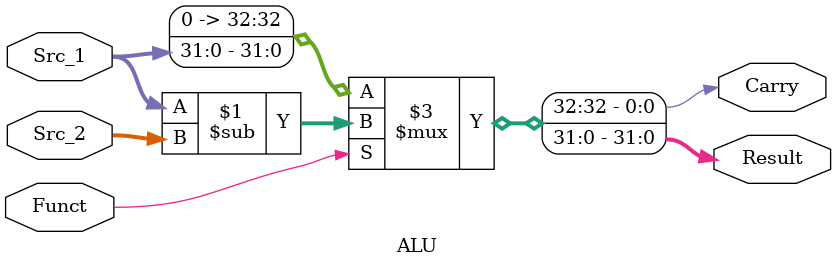
<source format=v>
module ALU(
    input [31:0] Src_1, //Remainder
    input [31:0] Src_2, //Divisor_out
    input Funct,
    output Carry,
    output [31:0] Result
); 
    // Assignment -----------------------------------------
    assign {Carry,Result} = (Funct)? Src_1 - Src_2 : Src_1;

endmodule


</source>
